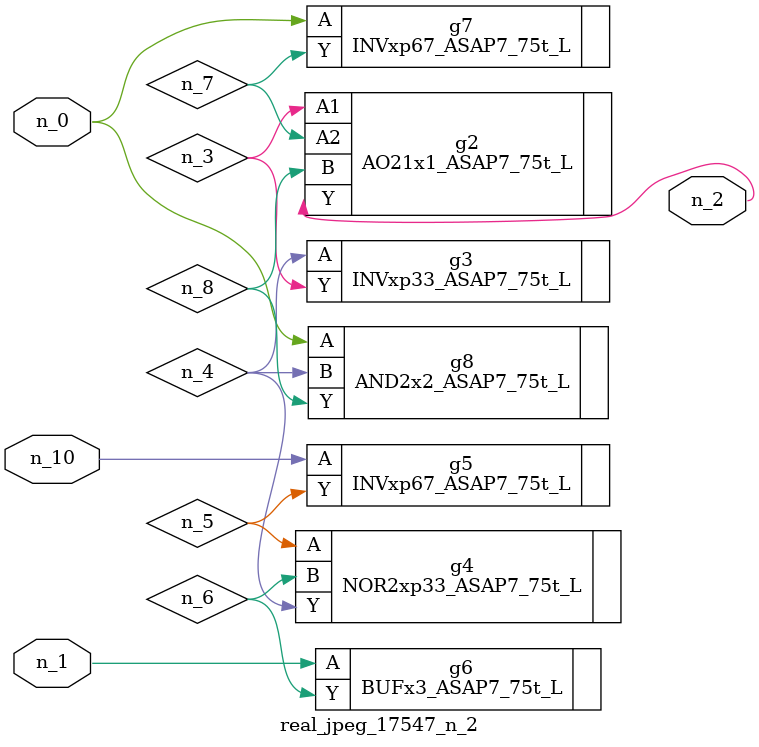
<source format=v>
module real_jpeg_17547_n_2 (n_1, n_10, n_0, n_2);

input n_1;
input n_10;
input n_0;

output n_2;

wire n_5;
wire n_4;
wire n_8;
wire n_6;
wire n_7;
wire n_3;

INVxp67_ASAP7_75t_L g7 ( 
.A(n_0),
.Y(n_7)
);

AND2x2_ASAP7_75t_L g8 ( 
.A(n_0),
.B(n_4),
.Y(n_8)
);

BUFx3_ASAP7_75t_L g6 ( 
.A(n_1),
.Y(n_6)
);

AO21x1_ASAP7_75t_L g2 ( 
.A1(n_3),
.A2(n_7),
.B(n_8),
.Y(n_2)
);

INVxp33_ASAP7_75t_L g3 ( 
.A(n_4),
.Y(n_3)
);

NOR2xp33_ASAP7_75t_L g4 ( 
.A(n_5),
.B(n_6),
.Y(n_4)
);

INVxp67_ASAP7_75t_L g5 ( 
.A(n_10),
.Y(n_5)
);


endmodule
</source>
